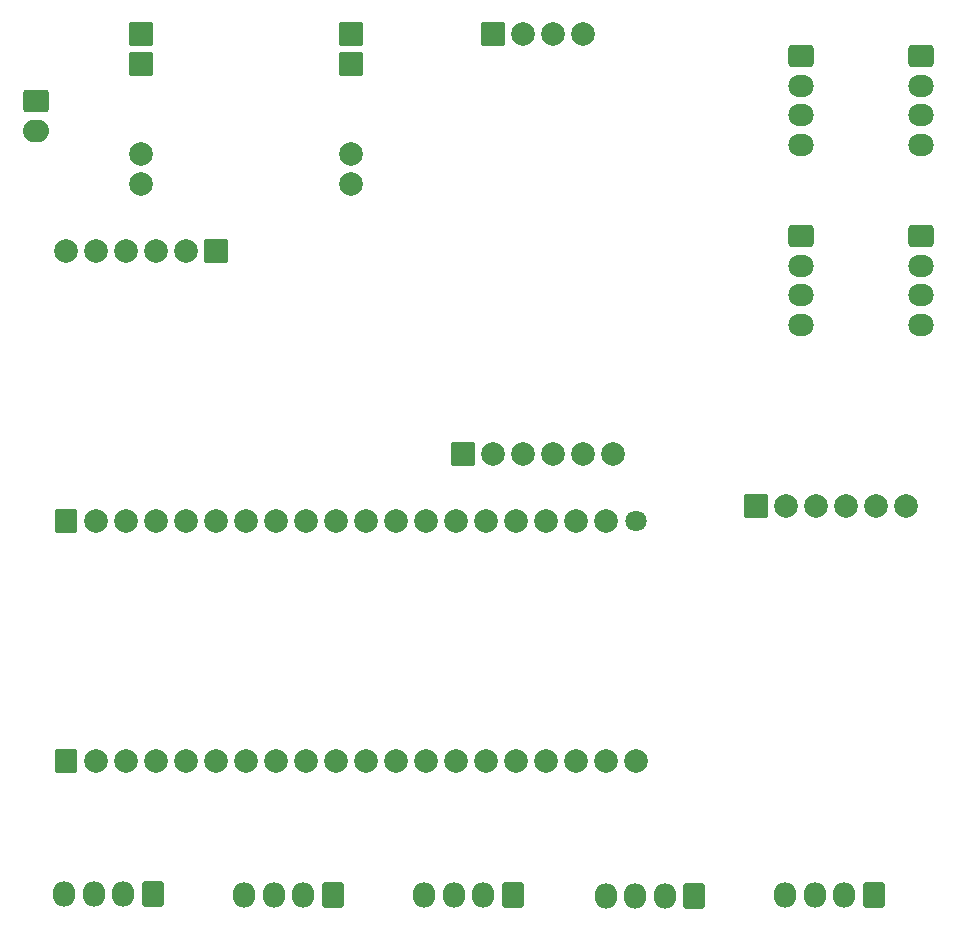
<source format=gbr>
%TF.GenerationSoftware,KiCad,Pcbnew,9.0.4*%
%TF.CreationDate,2025-12-08T11:00:56+07:00*%
%TF.ProjectId,05_sulfurmonitoring_design_v4_no_display,30355f73-756c-4667-9572-6d6f6e69746f,rev?*%
%TF.SameCoordinates,Original*%
%TF.FileFunction,Soldermask,Bot*%
%TF.FilePolarity,Negative*%
%FSLAX46Y46*%
G04 Gerber Fmt 4.6, Leading zero omitted, Abs format (unit mm)*
G04 Created by KiCad (PCBNEW 9.0.4) date 2025-12-08 11:00:56*
%MOMM*%
%LPD*%
G01*
G04 APERTURE LIST*
G04 Aperture macros list*
%AMRoundRect*
0 Rectangle with rounded corners*
0 $1 Rounding radius*
0 $2 $3 $4 $5 $6 $7 $8 $9 X,Y pos of 4 corners*
0 Add a 4 corners polygon primitive as box body*
4,1,4,$2,$3,$4,$5,$6,$7,$8,$9,$2,$3,0*
0 Add four circle primitives for the rounded corners*
1,1,$1+$1,$2,$3*
1,1,$1+$1,$4,$5*
1,1,$1+$1,$6,$7*
1,1,$1+$1,$8,$9*
0 Add four rect primitives between the rounded corners*
20,1,$1+$1,$2,$3,$4,$5,0*
20,1,$1+$1,$4,$5,$6,$7,0*
20,1,$1+$1,$6,$7,$8,$9,0*
20,1,$1+$1,$8,$9,$2,$3,0*%
G04 Aperture macros list end*
%ADD10RoundRect,0.279883X0.671717X0.796717X-0.671717X0.796717X-0.671717X-0.796717X0.671717X-0.796717X0*%
%ADD11O,1.903200X2.153200*%
%ADD12RoundRect,0.279883X-0.796717X0.671717X-0.796717X-0.671717X0.796717X-0.671717X0.796717X0.671717X0*%
%ADD13O,2.153200X1.903200*%
%ADD14RoundRect,0.101600X0.900000X-0.900000X0.900000X0.900000X-0.900000X0.900000X-0.900000X-0.900000X0*%
%ADD15C,2.003200*%
%ADD16RoundRect,0.279883X-0.821717X0.671717X-0.821717X-0.671717X0.821717X-0.671717X0.821717X0.671717X0*%
%ADD17O,2.203200X1.903200*%
%ADD18RoundRect,0.101600X-0.800000X0.900000X-0.800000X-0.900000X0.800000X-0.900000X0.800000X0.900000X0*%
%ADD19C,1.803200*%
%ADD20RoundRect,0.101600X-0.900000X-0.900000X0.900000X-0.900000X0.900000X0.900000X-0.900000X0.900000X0*%
%ADD21RoundRect,0.101600X0.900000X0.900000X-0.900000X0.900000X-0.900000X-0.900000X0.900000X-0.900000X0*%
G04 APERTURE END LIST*
D10*
%TO.C,I3*%
X104020000Y-167640000D03*
D11*
X101520000Y-167640000D03*
X99020000Y-167640000D03*
X96520000Y-167640000D03*
%TD*%
D12*
%TO.C,U9*%
X123190000Y-111760000D03*
D13*
X123190000Y-114260000D03*
X123190000Y-116760000D03*
X123190000Y-119260000D03*
%TD*%
D10*
%TO.C,I2*%
X119220000Y-167550000D03*
D11*
X116720000Y-167550000D03*
X114220000Y-167550000D03*
X111720000Y-167550000D03*
%TD*%
D14*
%TO.C,I6*%
X84455001Y-130175000D03*
D15*
X86995001Y-130175000D03*
X89535001Y-130175000D03*
X92075001Y-130175000D03*
X94615001Y-130175000D03*
X97155001Y-130175000D03*
D14*
X86995000Y-94615000D03*
D15*
X89535000Y-94615000D03*
X92075000Y-94615000D03*
X94615000Y-94615000D03*
%TD*%
D16*
%TO.C,BAT*%
X48260000Y-100330000D03*
D17*
X48260000Y-102830000D03*
%TD*%
D18*
%TO.C,U1*%
X50800000Y-156210000D03*
D15*
X53340000Y-156210000D03*
X55880000Y-156210000D03*
X58420000Y-156210000D03*
X60960000Y-156210000D03*
X63500000Y-156210000D03*
X66040000Y-156210000D03*
X68580000Y-156210000D03*
X71120000Y-156210000D03*
X73660000Y-156210000D03*
X76200000Y-156210000D03*
X78740000Y-156210000D03*
X81280000Y-156210000D03*
X83820000Y-156210000D03*
X86360000Y-156210000D03*
X88900000Y-156210000D03*
X91440000Y-156210000D03*
X93980000Y-156210000D03*
X96520000Y-156210000D03*
X99060000Y-156210000D03*
D18*
X50800000Y-135890000D03*
D15*
X53340000Y-135890000D03*
X55880000Y-135890000D03*
X58420000Y-135890000D03*
X60960000Y-135890000D03*
X63500000Y-135890000D03*
X66040000Y-135890000D03*
X68580000Y-135890000D03*
X71120000Y-135890000D03*
X73660000Y-135890000D03*
X76200000Y-135890000D03*
X78740000Y-135890000D03*
X81280000Y-135890000D03*
X83820000Y-135890000D03*
X86360000Y-135890000D03*
X88900000Y-135890000D03*
X91440000Y-135890000D03*
X93980000Y-135890000D03*
X96520000Y-135890000D03*
D19*
X99060000Y-135890000D03*
%TD*%
D20*
%TO.C,U3*%
X109220000Y-134620000D03*
D15*
X111760000Y-134620000D03*
X114300000Y-134620000D03*
X116840000Y-134620000D03*
X119380000Y-134620000D03*
X121920000Y-134620000D03*
%TD*%
D12*
%TO.C,U7*%
X113030000Y-96520000D03*
D13*
X113030000Y-99020000D03*
X113030000Y-101520000D03*
X113030000Y-104020000D03*
%TD*%
D12*
%TO.C,U8*%
X123190000Y-96520000D03*
D13*
X123190000Y-99020000D03*
X123190000Y-101520000D03*
X123190000Y-104020000D03*
%TD*%
D10*
%TO.C,U2*%
X73420000Y-167550000D03*
D11*
X70920000Y-167550000D03*
X68420000Y-167550000D03*
X65920000Y-167550000D03*
%TD*%
D10*
%TO.C,U4*%
X58180000Y-167460000D03*
D11*
X55680000Y-167460000D03*
X53180000Y-167460000D03*
X50680000Y-167460000D03*
%TD*%
D10*
%TO.C,I1*%
X88660000Y-167550000D03*
D11*
X86160000Y-167550000D03*
X83660000Y-167550000D03*
X81160000Y-167550000D03*
%TD*%
D15*
%TO.C,U6*%
X57150000Y-104775000D03*
X57150000Y-107315000D03*
D20*
X57150000Y-94615000D03*
X57150000Y-97155000D03*
D15*
X74930000Y-104775000D03*
X74930000Y-107315000D03*
D20*
X74930000Y-94615000D03*
X74930000Y-97155000D03*
%TD*%
D21*
%TO.C,I5*%
X63500000Y-113030000D03*
D15*
X60960000Y-113030000D03*
X58420000Y-113030000D03*
X55880000Y-113030000D03*
X53340000Y-113030000D03*
X50800000Y-113030000D03*
%TD*%
D12*
%TO.C,U5*%
X113030000Y-111760000D03*
D13*
X113030000Y-114260000D03*
X113030000Y-116760000D03*
X113030000Y-119260000D03*
%TD*%
M02*

</source>
